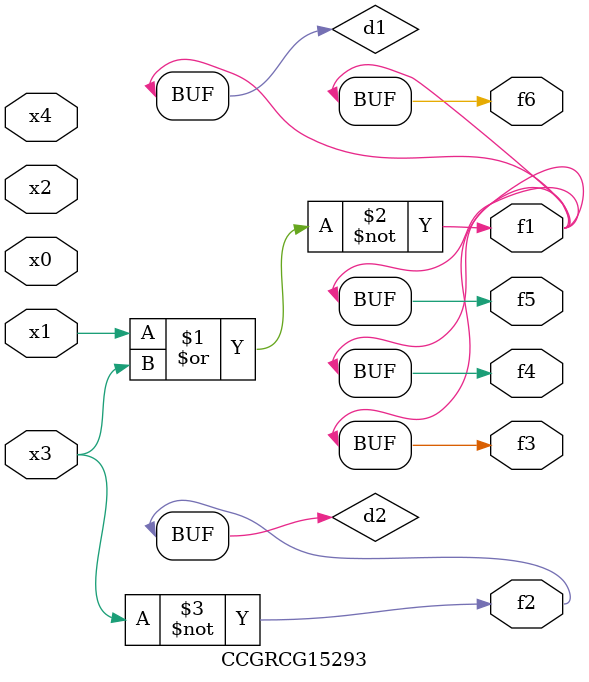
<source format=v>
module CCGRCG15293(
	input x0, x1, x2, x3, x4,
	output f1, f2, f3, f4, f5, f6
);

	wire d1, d2;

	nor (d1, x1, x3);
	not (d2, x3);
	assign f1 = d1;
	assign f2 = d2;
	assign f3 = d1;
	assign f4 = d1;
	assign f5 = d1;
	assign f6 = d1;
endmodule

</source>
